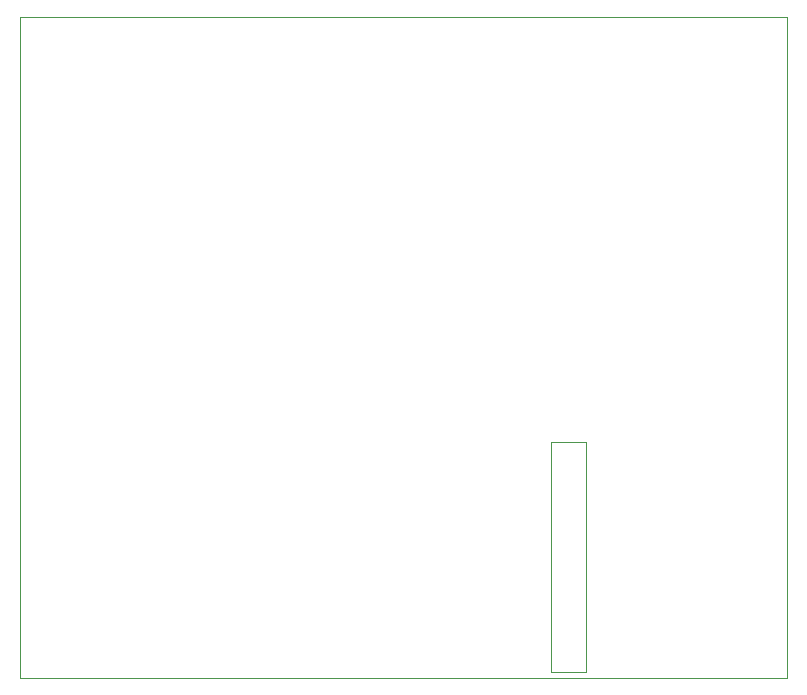
<source format=gbr>
%TF.GenerationSoftware,KiCad,Pcbnew,9.0.3*%
%TF.CreationDate,2025-08-26T20:29:16+05:30*%
%TF.ProjectId,01,30312e6b-6963-4616-945f-706362585858,rev?*%
%TF.SameCoordinates,Original*%
%TF.FileFunction,Profile,NP*%
%FSLAX46Y46*%
G04 Gerber Fmt 4.6, Leading zero omitted, Abs format (unit mm)*
G04 Created by KiCad (PCBNEW 9.0.3) date 2025-08-26 20:29:16*
%MOMM*%
%LPD*%
G01*
G04 APERTURE LIST*
%TA.AperFunction,Profile*%
%ADD10C,0.050000*%
%TD*%
G04 APERTURE END LIST*
D10*
X68930000Y-40240000D02*
X133930000Y-40240000D01*
X133930000Y-96240000D01*
X68930000Y-96240000D01*
X68930000Y-40240000D01*
X113930000Y-76240000D02*
X116930000Y-76240000D01*
X116930000Y-95740000D01*
X113930000Y-95740000D01*
X113930000Y-76240000D01*
M02*

</source>
